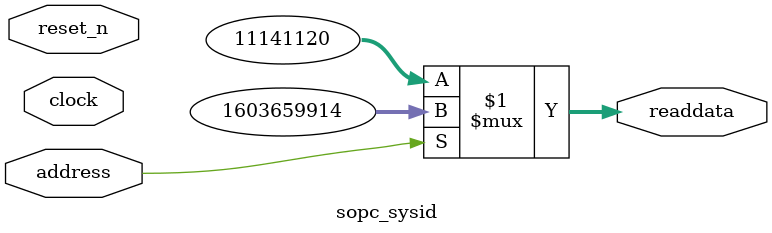
<source format=v>

`timescale 1ns / 1ps
// synthesis translate_on

// turn off superfluous verilog processor warnings 
// altera message_level Level1 
// altera message_off 10034 10035 10036 10037 10230 10240 10030 

module sopc_sysid (
               // inputs:
                address,
                clock,
                reset_n,

               // outputs:
                readdata
             )
;

  output  [ 31: 0] readdata;
  input            address;
  input            clock;
  input            reset_n;

  wire    [ 31: 0] readdata;
  //control_slave, which is an e_avalon_slave
  assign readdata = address ? 1603659914 : 11141120;

endmodule




</source>
